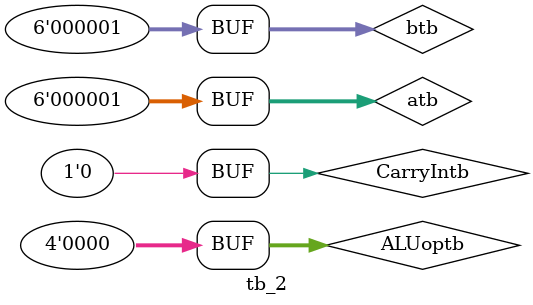
<source format=v>
module tb_2
();

reg [5:0]atb;
reg [5:0]btb;
reg CarryIntb;
reg [3:0]ALUoptb;

wire [5:0]Result;
wire [5:0]Carryout;

ALU_1_bit ALU1

(
.a(atb[0]),
.b(btb[0]),
.CarryIn(CarryIntb),
.ALUop(ALUoptb),

.Result(Result[0]),
.Carryout(Carryout[0])
);

ALU_1_bit ALU2

(
.a(atb[1]),
.b(btb[1]),
.CarryIn(Carryout[0]),
.ALUop(ALUoptb),

.Result(Result[1]),
.Carryout(Carryout[1])
);

ALU_1_bit ALU3

(
.a(atb),
.b(btb),
.CarryIn(Carryout[1]),
.ALUop(ALUoptb),

.Result(Result[2]),
.Carryout(Carryout[2])
);

ALU_1_bit ALU4

(
.a(atb),
.b(btb),
.CarryIn(Carryout[2]),
.ALUop(ALUoptb),

.Result(Result[3]),
.Carryout(Carryout[3])
);

ALU_1_bit ALU5

(
.a(atb),
.b(btb),
.CarryIn(Carryout[3]),
.ALUop(ALUoptb),

.Result(Result[4]),
.Carryout(Carryout[4])
);

ALU_1_bit ALU6

(
.a(atb),
.b(btb),
.CarryIn(Carryout[4]),
.ALUop(ALUoptb),

.Result(Result[5]),
.Carryout(Carryout[5])
);

initial
 begin
   atb= 1'b00110011;
   btb= 1'b11001111;
   CarryIntb = 1'b0;
   ALUoptb = 4'b0000;
   
 end
 
endmodule
   

</source>
